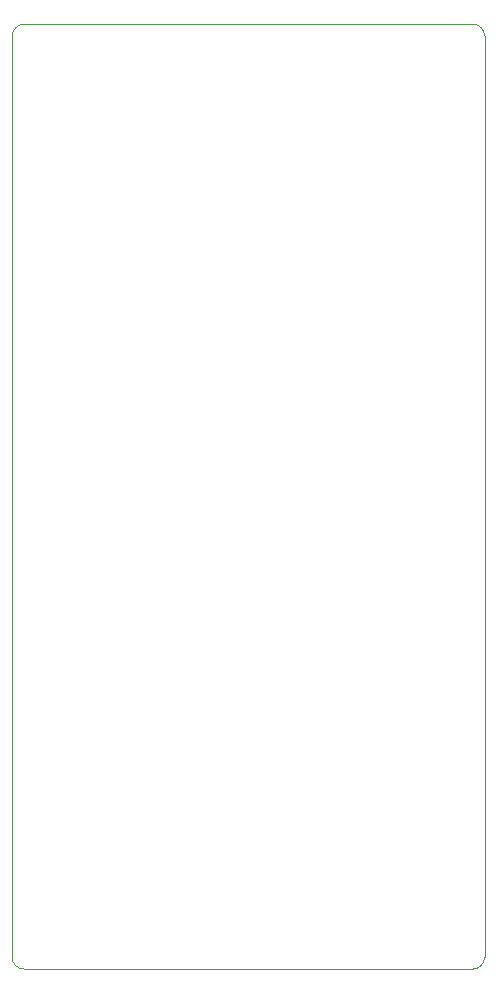
<source format=gbr>
%TF.GenerationSoftware,KiCad,Pcbnew,8.0.4*%
%TF.CreationDate,2024-08-24T14:44:17+02:00*%
%TF.ProjectId,BarbelMotionTracker-V1,42617262-656c-44d6-9f74-696f6e547261,rev?*%
%TF.SameCoordinates,PX7bfa480PY7735940*%
%TF.FileFunction,Profile,NP*%
%FSLAX46Y46*%
G04 Gerber Fmt 4.6, Leading zero omitted, Abs format (unit mm)*
G04 Created by KiCad (PCBNEW 8.0.4) date 2024-08-24 14:44:17*
%MOMM*%
%LPD*%
G01*
G04 APERTURE LIST*
%TA.AperFunction,Profile*%
%ADD10C,0.050000*%
%TD*%
G04 APERTURE END LIST*
D10*
X39000000Y0D02*
X1000000Y0D01*
X1000000Y0D02*
G75*
G02*
X0Y1000000I0J1000000D01*
G01*
X40000000Y79000000D02*
X40000000Y1000000D01*
X0Y1000000D02*
X0Y79000000D01*
X1000000Y80000000D02*
X39000000Y80000000D01*
X40000000Y1000000D02*
G75*
G02*
X39000000Y0I-1000000J0D01*
G01*
X39000000Y80000000D02*
G75*
G02*
X40000000Y79000000I0J-1000000D01*
G01*
X9901Y79000000D02*
G75*
G02*
X1000000Y79999950I999999J0D01*
G01*
M02*

</source>
